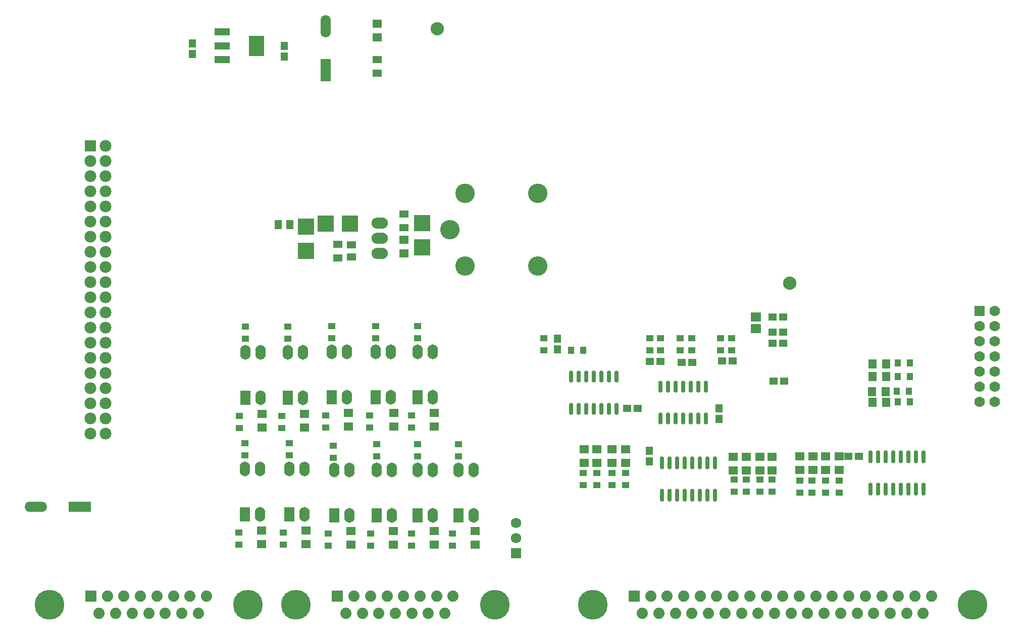
<source format=gts>
G04*
G04 #@! TF.GenerationSoftware,Altium Limited,Altium Designer,20.0.13 (296)*
G04*
G04 Layer_Color=8388736*
%FSTAX24Y24*%
%MOIN*%
G70*
G01*
G75*
%ADD43R,0.0513X0.0552*%
%ADD44R,0.0552X0.0513*%
%ADD45R,0.0513X0.0395*%
%ADD46R,0.0395X0.0513*%
%ADD47R,0.0513X0.0630*%
%ADD48R,0.0630X0.0474*%
%ADD49R,0.0630X0.0513*%
%ADD50O,0.0297X0.0867*%
%ADD51O,0.0297X0.0789*%
%ADD52R,0.1064X0.1104*%
%ADD53R,0.1025X0.0474*%
%ADD54R,0.1025X0.1379*%
%ADD55O,0.0671X0.1480*%
%ADD56R,0.0671X0.1480*%
%ADD57R,0.0630X0.0580*%
%ADD58R,0.0580X0.0630*%
%ADD59R,0.0671X0.0592*%
%ADD60R,0.1480X0.0671*%
%ADD61O,0.1480X0.0671*%
%ADD62R,0.1104X0.1064*%
%ADD63C,0.1970*%
%ADD64C,0.0745*%
%ADD65R,0.0745X0.0745*%
%ADD66C,0.1280*%
%ADD67O,0.0680X0.0980*%
%ADD68R,0.0680X0.0980*%
%ADD69C,0.0700*%
%ADD70R,0.0700X0.0700*%
%ADD71C,0.0780*%
%ADD72R,0.0780X0.0780*%
%ADD73C,0.0880*%
%ADD74R,0.0680X0.0680*%
%ADD75C,0.0680*%
%ADD76O,0.1080X0.0740*%
D43*
X058Y04095D02*
D03*
Y04165D02*
D03*
X04735Y04555D02*
D03*
Y04625D02*
D03*
X0534Y03885D02*
D03*
Y03815D02*
D03*
X0293Y0656D02*
D03*
Y0649D02*
D03*
X02325Y06505D02*
D03*
Y06575D02*
D03*
D44*
X05415Y04475D02*
D03*
X05345D02*
D03*
X0589Y0448D02*
D03*
X0582D02*
D03*
X05625Y0447D02*
D03*
X05555D02*
D03*
X0616Y04345D02*
D03*
X0623D02*
D03*
X06155Y0477D02*
D03*
X06225D02*
D03*
X06155Y04595D02*
D03*
X06225D02*
D03*
Y0467D02*
D03*
X06155D02*
D03*
X05195Y04165D02*
D03*
X05265D02*
D03*
X06725Y0385D02*
D03*
X06655D02*
D03*
D45*
X0581Y0455D02*
D03*
Y0463D02*
D03*
X05885Y0455D02*
D03*
Y0463D02*
D03*
X05545Y0455D02*
D03*
Y0463D02*
D03*
X0562Y0455D02*
D03*
Y0463D02*
D03*
X05345Y0455D02*
D03*
Y0463D02*
D03*
X05415Y0455D02*
D03*
Y0463D02*
D03*
X04645Y0455D02*
D03*
Y0463D02*
D03*
X06595Y0369D02*
D03*
Y0361D02*
D03*
X06505Y0369D02*
D03*
Y0361D02*
D03*
X06415Y0369D02*
D03*
Y0361D02*
D03*
X06335Y0369D02*
D03*
Y0361D02*
D03*
X04905Y0374D02*
D03*
Y0366D02*
D03*
X04995Y0374D02*
D03*
Y0366D02*
D03*
X05185Y0374D02*
D03*
Y0366D02*
D03*
X05095Y0374D02*
D03*
Y0366D02*
D03*
X0408Y0393D02*
D03*
Y0385D02*
D03*
X0404Y0326D02*
D03*
Y0334D02*
D03*
X0381Y0471D02*
D03*
Y0463D02*
D03*
X0377Y0404D02*
D03*
Y0412D02*
D03*
X0381Y0393D02*
D03*
Y0385D02*
D03*
X0377Y0326D02*
D03*
Y0334D02*
D03*
X03535Y0471D02*
D03*
Y0463D02*
D03*
X03495Y0404D02*
D03*
Y0412D02*
D03*
X0354Y0393D02*
D03*
Y0385D02*
D03*
X035Y0326D02*
D03*
Y0334D02*
D03*
X03245Y0471D02*
D03*
Y0463D02*
D03*
X03205Y0404D02*
D03*
Y0412D02*
D03*
X03255Y0392D02*
D03*
Y0384D02*
D03*
X0322Y0326D02*
D03*
Y0334D02*
D03*
X02955Y04705D02*
D03*
Y04625D02*
D03*
X02915Y04035D02*
D03*
Y04115D02*
D03*
X02965Y03935D02*
D03*
Y03855D02*
D03*
X02925Y03265D02*
D03*
Y03345D02*
D03*
X02675Y04705D02*
D03*
Y04625D02*
D03*
X02635Y04035D02*
D03*
Y04115D02*
D03*
X0267Y03935D02*
D03*
Y03855D02*
D03*
X0263Y03265D02*
D03*
Y03345D02*
D03*
X059Y03615D02*
D03*
Y03695D02*
D03*
X0598Y03615D02*
D03*
Y03695D02*
D03*
X0607Y03615D02*
D03*
Y03695D02*
D03*
X0615Y03615D02*
D03*
Y03695D02*
D03*
D46*
X04905Y0455D02*
D03*
X04825D02*
D03*
X0706Y0421D02*
D03*
X0698D02*
D03*
X07055Y0428D02*
D03*
X06975D02*
D03*
X0706Y04465D02*
D03*
X0698D02*
D03*
X0706Y04375D02*
D03*
X0698D02*
D03*
D47*
X029694Y0538D02*
D03*
X028906D02*
D03*
D48*
X03285Y0516D02*
D03*
Y0525D02*
D03*
X0372Y0545D02*
D03*
Y0536D02*
D03*
X035458Y064676D02*
D03*
Y063776D02*
D03*
D49*
X03375Y051656D02*
D03*
Y052444D02*
D03*
D50*
X05425Y035937D02*
D03*
X05475D02*
D03*
X05525D02*
D03*
X05575D02*
D03*
X05625D02*
D03*
X05675D02*
D03*
X05725D02*
D03*
X05775D02*
D03*
X05425Y038063D02*
D03*
X05475D02*
D03*
X05525D02*
D03*
X05575D02*
D03*
X05625D02*
D03*
X05675D02*
D03*
X05725D02*
D03*
X05775D02*
D03*
X068Y036337D02*
D03*
X0685D02*
D03*
X069D02*
D03*
X0695D02*
D03*
X07D02*
D03*
X0705D02*
D03*
X071D02*
D03*
X0715D02*
D03*
X068Y038463D02*
D03*
X0685D02*
D03*
X069D02*
D03*
X0695D02*
D03*
X07D02*
D03*
X0705D02*
D03*
X071D02*
D03*
X0715D02*
D03*
D51*
X05715Y0431D02*
D03*
X05665D02*
D03*
X05615D02*
D03*
X05565D02*
D03*
X05515D02*
D03*
X05465D02*
D03*
X05415D02*
D03*
X05715Y040974D02*
D03*
X05665D02*
D03*
X05615D02*
D03*
X05565D02*
D03*
X05515D02*
D03*
X05465D02*
D03*
X05415D02*
D03*
X05125Y043763D02*
D03*
X05075D02*
D03*
X05025D02*
D03*
X04975D02*
D03*
X04925D02*
D03*
X04875D02*
D03*
X04825D02*
D03*
X05125Y041637D02*
D03*
X05075D02*
D03*
X05025D02*
D03*
X04975D02*
D03*
X04925D02*
D03*
X04875D02*
D03*
X04825D02*
D03*
D52*
X03365Y05385D02*
D03*
X03205D02*
D03*
D53*
X025208Y066506D02*
D03*
Y0656D02*
D03*
Y064694D02*
D03*
D54*
X027492Y0656D02*
D03*
D55*
X03205Y0669D02*
D03*
D56*
Y064D02*
D03*
D57*
X03546Y067072D02*
D03*
Y066172D02*
D03*
X0598Y03845D02*
D03*
Y03755D02*
D03*
X06595Y0376D02*
D03*
Y0385D02*
D03*
X06505Y0376D02*
D03*
Y0385D02*
D03*
X0642Y0376D02*
D03*
Y0385D02*
D03*
X06335Y0376D02*
D03*
Y0385D02*
D03*
X0615Y03755D02*
D03*
Y03845D02*
D03*
X0607Y03755D02*
D03*
Y03845D02*
D03*
X05895Y03755D02*
D03*
Y03845D02*
D03*
X05185Y03805D02*
D03*
Y03895D02*
D03*
X05095Y03805D02*
D03*
Y03895D02*
D03*
X049948Y03805D02*
D03*
Y03895D02*
D03*
X0491Y03805D02*
D03*
Y03895D02*
D03*
X0372Y0519D02*
D03*
Y0528D02*
D03*
X0419Y03355D02*
D03*
Y03265D02*
D03*
X0392Y04135D02*
D03*
Y04045D02*
D03*
Y03355D02*
D03*
Y03265D02*
D03*
X03655Y04135D02*
D03*
Y04045D02*
D03*
X0365Y03355D02*
D03*
Y03265D02*
D03*
X03355Y04135D02*
D03*
Y04045D02*
D03*
X0337Y03355D02*
D03*
Y03265D02*
D03*
X03065Y0413D02*
D03*
Y0404D02*
D03*
X03075Y0336D02*
D03*
Y0327D02*
D03*
X02785Y0413D02*
D03*
Y0404D02*
D03*
X0278Y0336D02*
D03*
Y0327D02*
D03*
D58*
X069Y04275D02*
D03*
X0681D02*
D03*
X06905Y04205D02*
D03*
X06815D02*
D03*
X06905Y04375D02*
D03*
X06815D02*
D03*
X06905Y0446D02*
D03*
X06815D02*
D03*
D59*
X06045Y047674D02*
D03*
Y046926D02*
D03*
D60*
X0158Y03515D02*
D03*
D61*
X0129D02*
D03*
D62*
X0384Y0523D02*
D03*
Y0539D02*
D03*
X03075Y05205D02*
D03*
Y05365D02*
D03*
D63*
X030091Y02869D02*
D03*
X043209D02*
D03*
X013808D02*
D03*
X026926D02*
D03*
X074747Y028673D02*
D03*
X049668Y02868D02*
D03*
D64*
X033378Y028131D02*
D03*
X033924Y029249D02*
D03*
X034469Y028131D02*
D03*
X035014Y029249D02*
D03*
X035559Y028131D02*
D03*
X036105Y029249D02*
D03*
X03665Y028131D02*
D03*
X037195Y029249D02*
D03*
X037741Y028131D02*
D03*
X038286Y029249D02*
D03*
X038831Y028131D02*
D03*
X039376Y029249D02*
D03*
X039922Y028131D02*
D03*
X040462Y029251D02*
D03*
X017095Y028131D02*
D03*
X017641Y029249D02*
D03*
X018186Y028131D02*
D03*
X018731Y029249D02*
D03*
X019276Y028131D02*
D03*
X019822Y029249D02*
D03*
X020367Y028131D02*
D03*
X020912Y029249D02*
D03*
X021457Y028131D02*
D03*
X022003Y029249D02*
D03*
X022548Y028131D02*
D03*
X023093Y029249D02*
D03*
X023639Y028131D02*
D03*
X024179Y029251D02*
D03*
X072041Y029242D02*
D03*
X071496Y028124D02*
D03*
X070951Y029242D02*
D03*
X070406Y028124D02*
D03*
X068224D02*
D03*
X06877Y029242D02*
D03*
X069315Y028124D02*
D03*
X06986Y029242D02*
D03*
X066043Y028124D02*
D03*
X066589Y029242D02*
D03*
X067134Y028124D02*
D03*
X067679Y029242D02*
D03*
X061681Y028124D02*
D03*
X062226Y029242D02*
D03*
X062772Y028124D02*
D03*
X065498Y029242D02*
D03*
X060591Y028124D02*
D03*
X061136Y029242D02*
D03*
X063862Y028124D02*
D03*
X064407Y029242D02*
D03*
X064953Y028124D02*
D03*
X063316Y029242D02*
D03*
X060045D02*
D03*
X0595Y028124D02*
D03*
X058955Y029242D02*
D03*
X058409Y028124D02*
D03*
X057864Y029242D02*
D03*
X057319Y028124D02*
D03*
X056774Y029242D02*
D03*
X056228Y028124D02*
D03*
X055683Y029242D02*
D03*
X055138Y028124D02*
D03*
X054593Y029242D02*
D03*
X054047Y028124D02*
D03*
X053502Y029242D02*
D03*
X052957Y028124D02*
D03*
D65*
X032833Y029249D02*
D03*
X01655D02*
D03*
X052411Y029242D02*
D03*
D66*
X04125Y05105D02*
D03*
X04605Y05585D02*
D03*
X04025Y05345D02*
D03*
X04605Y05105D02*
D03*
X04125Y05585D02*
D03*
D67*
X0408Y0376D02*
D03*
X0418D02*
D03*
Y0346D02*
D03*
X0381Y0454D02*
D03*
X0391D02*
D03*
Y0424D02*
D03*
X0381Y0376D02*
D03*
X0391D02*
D03*
Y0346D02*
D03*
X03535Y0454D02*
D03*
X03635D02*
D03*
Y0424D02*
D03*
X0354Y0376D02*
D03*
X0364D02*
D03*
Y0346D02*
D03*
X03245Y0454D02*
D03*
X03345D02*
D03*
Y0424D02*
D03*
X0326Y0376D02*
D03*
X0336D02*
D03*
Y0346D02*
D03*
X02955Y04535D02*
D03*
X03055D02*
D03*
Y04235D02*
D03*
X02965Y03765D02*
D03*
X03065D02*
D03*
Y03465D02*
D03*
X02675Y04535D02*
D03*
X02775D02*
D03*
Y04235D02*
D03*
X0267Y03765D02*
D03*
X0277D02*
D03*
Y03465D02*
D03*
D68*
X0408Y0346D02*
D03*
X0381Y0424D02*
D03*
Y0346D02*
D03*
X03535Y0424D02*
D03*
X0354Y0346D02*
D03*
X03245Y0424D02*
D03*
X0326Y0346D02*
D03*
X02955Y04235D02*
D03*
X02965Y03465D02*
D03*
X02675Y04235D02*
D03*
X0267Y03465D02*
D03*
D69*
X0762Y0481D02*
D03*
Y0461D02*
D03*
Y0451D02*
D03*
X0752D02*
D03*
X0762Y0441D02*
D03*
X0752D02*
D03*
X0762Y0431D02*
D03*
X0752D02*
D03*
X0762Y0421D02*
D03*
X0752D02*
D03*
X0762Y0471D02*
D03*
X0752Y0461D02*
D03*
Y0471D02*
D03*
D70*
Y0481D02*
D03*
D71*
X0175Y056D02*
D03*
X0175Y059D02*
D03*
X0165Y055D02*
D03*
X0175Y055D02*
D03*
X0165Y056D02*
D03*
X0165Y057D02*
D03*
X0165Y058D02*
D03*
X0175Y058D02*
D03*
X0175Y057D02*
D03*
X0175Y054D02*
D03*
X0165Y053D02*
D03*
X0175D02*
D03*
X0165Y052D02*
D03*
X0175D02*
D03*
X0165Y051D02*
D03*
X0175D02*
D03*
X0165Y05D02*
D03*
X0175D02*
D03*
X0165Y049D02*
D03*
X0175D02*
D03*
X0165Y048D02*
D03*
X0175D02*
D03*
X0165Y047D02*
D03*
X0175D02*
D03*
X0165Y054D02*
D03*
Y046D02*
D03*
X0175D02*
D03*
X0165Y045D02*
D03*
X0175D02*
D03*
X0165Y044D02*
D03*
X0175D02*
D03*
X0165Y043D02*
D03*
X0175D02*
D03*
X0165Y042D02*
D03*
X0175D02*
D03*
X0165Y041D02*
D03*
X0175D02*
D03*
X0165Y04D02*
D03*
X0175D02*
D03*
D72*
X0165Y059D02*
D03*
D73*
X039433Y06671D02*
D03*
X062694Y049938D02*
D03*
D74*
X0446Y0321D02*
D03*
D75*
Y0331D02*
D03*
Y0341D02*
D03*
D76*
X0356Y0519D02*
D03*
Y0529D02*
D03*
Y0539D02*
D03*
M02*

</source>
